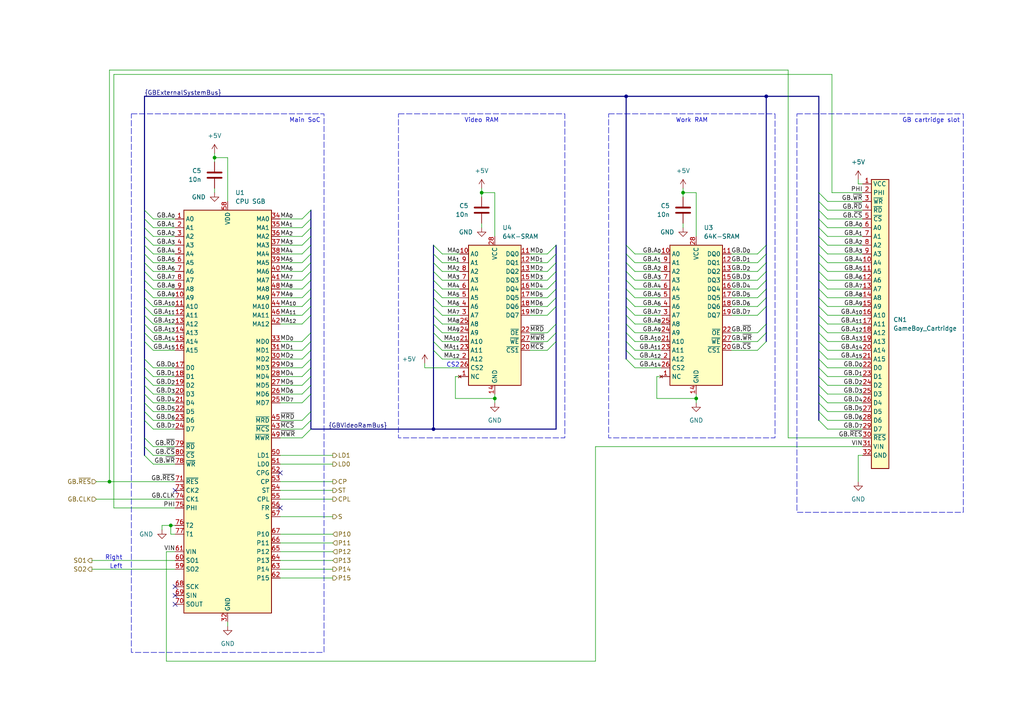
<source format=kicad_sch>
(kicad_sch (version 20230121) (generator eeschema)
  (paper "A4")
  (title_block (title "SGB-R-xx / SGB-N-xx") (date "2023-11-21") (rev "A") (company "https://gekkio.fi") (comment 1 "https://github.com/gekkio/gb-schematics"))
  (lib_symbols
    (symbol "Device:C" (pin_numbers hide) (pin_names (offset 0.254))
      (property "Reference" "C" (at 0.635 2.54 0))
      (property "Value" "C" (at 0.635 -2.54 0))
      (symbol "C_0_1"
        (polyline (pts (xy -2.032 -0.762) (xy 2.032 -0.762)) (stroke (width 0.508)))
        (polyline (pts (xy -2.032 0.762) (xy 2.032 0.762)) (stroke (width 0.508)))
      )
      (symbol "C_1_1"
        (pin passive line (at 0 3.81 270) (length 2.794) (name "~") (number "1"))
        (pin passive line (at 0 -3.81 90) (length 2.794) (name "~") (number "2"))
      )
    )
    (symbol "Gekkio_CPU_Nintendo:GameBoy_CPU_SGB"
      (property "Reference" "U" (at -12.7 59.69 0))
      (property "Value" "GameBoy_CPU_SGB" (at 1.27 59.69 0))
      (symbol "GameBoy_CPU_SGB_0_1"
        (rectangle (start 12.7 -58.42) (end -12.7 58.42) (stroke (width 0.254)) (fill (type background)))
      )
      (symbol "GameBoy_CPU_SGB_1_1"
        (pin bidirectional line (at -15.24 55.88 0) (length 2.54) (name "A0") (number "1"))
        (pin bidirectional line (at -15.24 33.02 0) (length 2.54) (name "A9") (number "10"))
        (pin bidirectional line (at -15.24 30.48 0) (length 2.54) (name "A10") (number "11"))
        (pin bidirectional line (at -15.24 27.94 0) (length 2.54) (name "A11") (number "12"))
        (pin bidirectional line (at -15.24 25.4 0) (length 2.54) (name "A12") (number "13"))
        (pin bidirectional line (at -15.24 22.86 0) (length 2.54) (name "A13") (number "14"))
        (pin bidirectional line (at -15.24 20.32 0) (length 2.54) (name "A14") (number "15"))
        (pin bidirectional line (at -15.24 17.78 0) (length 2.54) (name "A15") (number "16"))
        (pin bidirectional line (at -15.24 12.7 0) (length 2.54) (name "D0") (number "17"))
        (pin bidirectional line (at -15.24 10.16 0) (length 2.54) (name "D1") (number "18"))
        (pin bidirectional line (at -15.24 7.62 0) (length 2.54) (name "D2") (number "19"))
        (pin bidirectional line (at -15.24 53.34 0) (length 2.54) (name "A1") (number "2"))
        (pin bidirectional line (at -15.24 5.08 0) (length 2.54) (name "D3") (number "20"))
        (pin bidirectional line (at -15.24 2.54 0) (length 2.54) (name "D4") (number "21"))
        (pin bidirectional line (at -15.24 0 0) (length 2.54) (name "D5") (number "22"))
        (pin bidirectional line (at -15.24 -2.54 0) (length 2.54) (name "D6") (number "23"))
        (pin bidirectional line (at -15.24 -5.08 0) (length 2.54) (name "D7") (number "24"))
        (pin bidirectional line (at 15.24 2.54 180) (length 2.54) (name "MD7") (number "25"))
        (pin bidirectional line (at 15.24 5.08 180) (length 2.54) (name "MD6") (number "26"))
        (pin bidirectional line (at 15.24 7.62 180) (length 2.54) (name "MD5") (number "27"))
        (pin bidirectional line (at 15.24 10.16 180) (length 2.54) (name "MD4") (number "28"))
        (pin bidirectional line (at 15.24 12.7 180) (length 2.54) (name "MD3") (number "29"))
        (pin bidirectional line (at -15.24 50.8 0) (length 2.54) (name "A2") (number "3"))
        (pin bidirectional line (at 15.24 15.24 180) (length 2.54) (name "MD2") (number "30"))
        (pin bidirectional line (at 15.24 17.78 180) (length 2.54) (name "MD1") (number "31"))
        (pin power_in line (at 0 -60.96 90) (length 2.54) (name "GND") (number "32"))
        (pin bidirectional line (at 15.24 20.32 180) (length 2.54) (name "MD0") (number "33"))
        (pin output line (at 15.24 55.88 180) (length 2.54) (name "MA0") (number "34"))
        (pin output line (at 15.24 53.34 180) (length 2.54) (name "MA1") (number "35"))
        (pin output line (at 15.24 50.8 180) (length 2.54) (name "MA2") (number "36"))
        (pin output line (at 15.24 48.26 180) (length 2.54) (name "MA3") (number "37"))
        (pin output line (at 15.24 45.72 180) (length 2.54) (name "MA4") (number "38"))
        (pin output line (at 15.24 43.18 180) (length 2.54) (name "MA5") (number "39"))
        (pin bidirectional line (at -15.24 48.26 0) (length 2.54) (name "A3") (number "4"))
        (pin output line (at 15.24 40.64 180) (length 2.54) (name "MA6") (number "40"))
        (pin output line (at 15.24 38.1 180) (length 2.54) (name "MA7") (number "41"))
        (pin output line (at 15.24 25.4 180) (length 2.54) (name "MA12") (number "42"))
        (pin bidirectional line (at 15.24 -5.08 180) (length 2.54) (name "~{MCS}") (number "43"))
        (pin output line (at 15.24 30.48 180) (length 2.54) (name "MA10") (number "44"))
        (pin bidirectional line (at 15.24 -2.54 180) (length 2.54) (name "~{MRD}") (number "45"))
        (pin output line (at 15.24 27.94 180) (length 2.54) (name "MA11") (number "46"))
        (pin output line (at 15.24 33.02 180) (length 2.54) (name "MA9") (number "47"))
        (pin output line (at 15.24 35.56 180) (length 2.54) (name "MA8") (number "48"))
        (pin bidirectional line (at 15.24 -7.62 180) (length 2.54) (name "~{MWR}") (number "49"))
        (pin bidirectional line (at -15.24 45.72 0) (length 2.54) (name "A4") (number "5"))
        (pin output line (at 15.24 -12.7 180) (length 2.54) (name "LD1") (number "50"))
        (pin output line (at 15.24 -15.24 180) (length 2.54) (name "LD0") (number "51"))
        (pin output line (at 15.24 -17.78 180) (length 2.54) (name "CPG") (number "52"))
        (pin output line (at 15.24 -20.32 180) (length 2.54) (name "CP") (number "53"))
        (pin output line (at 15.24 -22.86 180) (length 2.54) (name "ST") (number "54"))
        (pin output line (at 15.24 -25.4 180) (length 2.54) (name "CPL") (number "55"))
        (pin output line (at 15.24 -27.94 180) (length 2.54) (name "FR") (number "56"))
        (pin output line (at 15.24 -30.48 180) (length 2.54) (name "S") (number "57"))
        (pin power_in line (at 0 60.96 270) (length 2.54) (name "VDD") (number "58"))
        (pin output line (at -15.24 -45.72 0) (length 2.54) (name "SO2") (number "59"))
        (pin bidirectional line (at -15.24 43.18 0) (length 2.54) (name "A5") (number "6"))
        (pin output line (at -15.24 -43.18 0) (length 2.54) (name "SO1") (number "60"))
        (pin input line (at -15.24 -40.64 0) (length 2.54) (name "VIN") (number "61"))
        (pin output line (at 15.24 -48.26 180) (length 2.54) (name "P15") (number "62"))
        (pin output line (at 15.24 -45.72 180) (length 2.54) (name "P14") (number "63"))
        (pin bidirectional line (at 15.24 -43.18 180) (length 2.54) (name "P13") (number "64"))
        (pin bidirectional line (at 15.24 -40.64 180) (length 2.54) (name "P12") (number "65"))
        (pin bidirectional line (at 15.24 -38.1 180) (length 2.54) (name "P11") (number "66"))
        (pin bidirectional line (at 15.24 -35.56 180) (length 2.54) (name "P10") (number "67"))
        (pin bidirectional line (at -15.24 -50.8 0) (length 2.54) (name "SCK") (number "68"))
        (pin bidirectional line (at -15.24 -53.34 0) (length 2.54) (name "SIN") (number "69"))
        (pin bidirectional line (at -15.24 40.64 0) (length 2.54) (name "A6") (number "7"))
        (pin output line (at -15.24 -55.88 0) (length 2.54) (name "SOUT") (number "70"))
        (pin input line (at -15.24 -20.32 0) (length 2.54) (name "~{RES}") (number "71"))
        (pin passive line (at 0 -60.96 90) (length 2.54) hide (name "GND") (number "72"))
        (pin passive line (at -15.24 -22.86 0) (length 2.54) (name "CK2") (number "73"))
        (pin input line (at -15.24 -25.4 0) (length 2.54) (name "CK1") (number "74"))
        (pin output line (at -15.24 -27.94 0) (length 2.54) (name "PHI") (number "75"))
        (pin input line (at -15.24 -33.02 0) (length 2.54) (name "T2") (number "76"))
        (pin input line (at -15.24 -35.56 0) (length 2.54) (name "T1") (number "77"))
        (pin bidirectional line (at -15.24 -15.24 0) (length 2.54) (name "~{WR}") (number "78"))
        (pin bidirectional line (at -15.24 -10.16 0) (length 2.54) (name "~{RD}") (number "79"))
        (pin bidirectional line (at -15.24 38.1 0) (length 2.54) (name "A7") (number "8"))
        (pin output line (at -15.24 -12.7 0) (length 2.54) (name "~{CS}") (number "80"))
        (pin bidirectional line (at -15.24 35.56 0) (length 2.54) (name "A8") (number "9"))
      )
    )
    (symbol "Gekkio_Connector_Specialized:GameBoy_Cartridge"
      (property "Reference" "J" (at 0 43.18 0))
      (property "Value" "GameBoy_Cartridge" (at 0 -43.18 0))
      (symbol "GameBoy_Cartridge_0_1"
        (rectangle (start -2.54 41.91) (end 2.54 -41.91) (stroke (width 0.254)) (fill (type background)))
      )
      (symbol "GameBoy_Cartridge_1_1"
        (pin passive line (at -5.08 40.64 0) (length 2.54) (name "VCC") (number "1"))
        (pin passive line (at -5.08 17.78 0) (length 2.54) (name "A4") (number "10"))
        (pin passive line (at -5.08 15.24 0) (length 2.54) (name "A5") (number "11"))
        (pin passive line (at -5.08 12.7 0) (length 2.54) (name "A6") (number "12"))
        (pin passive line (at -5.08 10.16 0) (length 2.54) (name "A7") (number "13"))
        (pin passive line (at -5.08 7.62 0) (length 2.54) (name "A8") (number "14"))
        (pin passive line (at -5.08 5.08 0) (length 2.54) (name "A9") (number "15"))
        (pin passive line (at -5.08 2.54 0) (length 2.54) (name "A10") (number "16"))
        (pin passive line (at -5.08 0 0) (length 2.54) (name "A11") (number "17"))
        (pin passive line (at -5.08 -2.54 0) (length 2.54) (name "A12") (number "18"))
        (pin passive line (at -5.08 -5.08 0) (length 2.54) (name "A13") (number "19"))
        (pin passive line (at -5.08 38.1 0) (length 2.54) (name "PHI") (number "2"))
        (pin passive line (at -5.08 -7.62 0) (length 2.54) (name "A14") (number "20"))
        (pin passive line (at -5.08 -10.16 0) (length 2.54) (name "A15") (number "21"))
        (pin passive line (at -5.08 -12.7 0) (length 2.54) (name "D0") (number "22"))
        (pin passive line (at -5.08 -15.24 0) (length 2.54) (name "D1") (number "23"))
        (pin passive line (at -5.08 -17.78 0) (length 2.54) (name "D2") (number "24"))
        (pin passive line (at -5.08 -20.32 0) (length 2.54) (name "D3") (number "25"))
        (pin passive line (at -5.08 -22.86 0) (length 2.54) (name "D4") (number "26"))
        (pin passive line (at -5.08 -25.4 0) (length 2.54) (name "D5") (number "27"))
        (pin passive line (at -5.08 -27.94 0) (length 2.54) (name "D6") (number "28"))
        (pin passive line (at -5.08 -30.48 0) (length 2.54) (name "D7") (number "29"))
        (pin passive line (at -5.08 35.56 0) (length 2.54) (name "~{WR}") (number "3"))
        (pin passive line (at -5.08 -33.02 0) (length 2.54) (name "~{RES}") (number "30"))
        (pin passive line (at -5.08 -35.56 0) (length 2.54) (name "VIN") (number "31"))
        (pin passive line (at -5.08 -38.1 0) (length 2.54) (name "GND") (number "32"))
        (pin passive line (at -5.08 33.02 0) (length 2.54) (name "~{RD}") (number "4"))
        (pin passive line (at -5.08 30.48 0) (length 2.54) (name "~{CS}") (number "5"))
        (pin passive line (at -5.08 27.94 0) (length 2.54) (name "A0") (number "6"))
        (pin passive line (at -5.08 25.4 0) (length 2.54) (name "A1") (number "7"))
        (pin passive line (at -5.08 22.86 0) (length 2.54) (name "A2") (number "8"))
        (pin passive line (at -5.08 20.32 0) (length 2.54) (name "A3") (number "9"))
      )
    )
    (symbol "Gekkio_Memory_RAM:JESD21-C_3.7.5.4-8k_x8_SRAM_SOIC-28W"
      (property "Reference" "U" (at -2.54 21.59 0))
      (property "Value" "JESD21-C_3.7.5.4-8k_x8_SRAM_SOIC-28W" (at 2.54 21.59 0))
      (symbol "JESD21-C_3.7.5.4-8k_x8_SRAM_SOIC-28W_0_1"
        (rectangle (start -7.62 20.32) (end 7.62 -20.32) (stroke (width 0.254)) (fill (type background)))
      )
      (symbol "JESD21-C_3.7.5.4-8k_x8_SRAM_SOIC-28W_1_1"
        (pin no_connect line (at -10.16 -17.78 0) (length 2.54) (name "NC") (number "1"))
        (pin input line (at -10.16 17.78 0) (length 2.54) (name "A0") (number "10"))
        (pin bidirectional line (at 10.16 17.78 180) (length 2.54) (name "DQ0") (number "11"))
        (pin bidirectional line (at 10.16 15.24 180) (length 2.54) (name "DQ1") (number "12"))
        (pin bidirectional line (at 10.16 12.7 180) (length 2.54) (name "DQ2") (number "13"))
        (pin power_in line (at 0 -22.86 90) (length 2.54) (name "GND") (number "14"))
        (pin bidirectional line (at 10.16 10.16 180) (length 2.54) (name "DQ3") (number "15"))
        (pin bidirectional line (at 10.16 7.62 180) (length 2.54) (name "DQ4") (number "16"))
        (pin bidirectional line (at 10.16 5.08 180) (length 2.54) (name "DQ5") (number "17"))
        (pin bidirectional line (at 10.16 2.54 180) (length 2.54) (name "DQ6") (number "18"))
        (pin bidirectional line (at 10.16 0 180) (length 2.54) (name "DQ7") (number "19"))
        (pin input line (at -10.16 -12.7 0) (length 2.54) (name "A12") (number "2"))
        (pin input line (at 10.16 -10.16 180) (length 2.54) (name "~{CS1}") (number "20"))
        (pin input line (at -10.16 -7.62 0) (length 2.54) (name "A10") (number "21"))
        (pin input line (at 10.16 -5.08 180) (length 2.54) (name "~{OE}") (number "22"))
        (pin input line (at -10.16 -10.16 0) (length 2.54) (name "A11") (number "23"))
        (pin input line (at -10.16 -5.08 0) (length 2.54) (name "A9") (number "24"))
        (pin input line (at -10.16 -2.54 0) (length 2.54) (name "A8") (number "25"))
        (pin input line (at -10.16 -15.24 0) (length 2.54) (name "CS2") (number "26"))
        (pin input line (at 10.16 -7.62 180) (length 2.54) (name "~{WE}") (number "27"))
        (pin power_in line (at 0 22.86 270) (length 2.54) (name "VCC") (number "28"))
        (pin input line (at -10.16 0 0) (length 2.54) (name "A7") (number "3"))
        (pin input line (at -10.16 2.54 0) (length 2.54) (name "A6") (number "4"))
        (pin input line (at -10.16 5.08 0) (length 2.54) (name "A5") (number "5"))
        (pin input line (at -10.16 7.62 0) (length 2.54) (name "A4") (number "6"))
        (pin input line (at -10.16 10.16 0) (length 2.54) (name "A3") (number "7"))
        (pin input line (at -10.16 12.7 0) (length 2.54) (name "A2") (number "8"))
        (pin input line (at -10.16 15.24 0) (length 2.54) (name "A1") (number "9"))
      )
    )
    (symbol "power:+5V" (power) (pin_names (offset 0))
      (property "Value" "+5V" (at 0 3.556 0))
      (symbol "+5V_0_1"
        (polyline (pts (xy -0.762 1.27) (xy 0 2.54)))
        (polyline (pts (xy 0 0) (xy 0 2.54)))
        (polyline (pts (xy 0 2.54) (xy 0.762 1.27)))
      )
      (symbol "+5V_1_1"
        (pin power_in line (at 0 0 90) (length 0) hide (name "+5V") (number "1"))
      )
    )
    (symbol "power:GND" (power) (pin_names (offset 0))
      (property "Value" "GND" (at 0 -3.81 0))
      (symbol "GND_0_1"
        (polyline (pts (xy 0 0) (xy 0 -1.27) (xy 1.27 -1.27) (xy 0 -2.54) (xy -1.27 -1.27) (xy 0 -1.27)))
      )
      (symbol "GND_1_1"
        (pin power_in line (at 0 0 270) (length 0) hide (name "GND") (number "1"))
      )
    )
  )
  (bus_alias "GBExternalSystemBus" (members "GB.A_{[0..15]}" "GB.D_{[0..7]}" "GB.~{RD}" "GB.~{CS}" "GB.~{WR}"))
  (bus_alias "GBVideoRamBus" (members "MA_{[0..12]}" "MD_{[0..7]}" "~{MRD}" "~{MWR}" "~{MCS}"))
  (junction (at 222.25 27.94))
  (junction (at 49.53 152.4))
  (junction (at 62.23 45.72))
  (junction (at 125.73 124.46))
  (junction (at 31.75 139.7))
  (junction (at 201.93 115.57))
  (junction (at 181.61 27.94))
  (junction (at 143.51 115.57))
  (junction (at 139.7 55.88))
  (junction (at 198.12 55.88))
  (no_connect (at 81.28 147.32))
  (no_connect (at 81.28 137.16))
  (no_connect (at 50.8 172.72))
  (no_connect (at 50.8 175.26))
  (no_connect (at 50.8 170.18))
  (no_connect (at 50.8 142.24))
  (bus_entry (at 222.25 96.52) (size -2.54 2.54))
  (bus_entry (at 237.49 121.92) (size 2.54 2.54))
  (bus_entry (at 87.63 104.14) (size 2.54 -2.54))
  (bus_entry (at 181.61 71.12) (size 2.54 2.54))
  (bus_entry (at 237.49 81.28) (size 2.54 2.54))
  (bus_entry (at 181.61 73.66) (size 2.54 2.54))
  (bus_entry (at 237.49 114.3) (size 2.54 2.54))
  (bus_entry (at 41.91 68.58) (size 2.54 2.54))
  (bus_entry (at 41.91 109.22) (size 2.54 2.54))
  (bus_entry (at 237.49 58.42) (size 2.54 2.54))
  (bus_entry (at 222.25 99.06) (size -2.54 2.54))
  (bus_entry (at 237.49 78.74) (size 2.54 2.54))
  (bus_entry (at 237.49 101.6) (size 2.54 2.54))
  (bus_entry (at 87.63 76.2) (size 2.54 -2.54))
  (bus_entry (at 41.91 60.96) (size 2.54 2.54))
  (bus_entry (at 222.25 86.36) (size -2.54 2.54))
  (bus_entry (at 41.91 86.36) (size 2.54 2.54))
  (bus_entry (at 125.73 99.06) (size 2.54 2.54))
  (bus_entry (at 181.61 91.44) (size 2.54 2.54))
  (bus_entry (at 41.91 63.5) (size 2.54 2.54))
  (bus_entry (at 181.61 104.14) (size 2.54 2.54))
  (bus_entry (at 237.49 119.38) (size 2.54 2.54))
  (bus_entry (at 158.75 76.2) (size 2.54 -2.54))
  (bus_entry (at 237.49 96.52) (size 2.54 2.54))
  (bus_entry (at 87.63 114.3) (size 2.54 -2.54))
  (bus_entry (at 237.49 66.04) (size 2.54 2.54))
  (bus_entry (at 237.49 109.22) (size 2.54 2.54))
  (bus_entry (at 237.49 88.9) (size 2.54 2.54))
  (bus_entry (at 41.91 121.92) (size 2.54 2.54))
  (bus_entry (at 41.91 99.06) (size 2.54 2.54))
  (bus_entry (at 237.49 73.66) (size 2.54 2.54))
  (bus_entry (at 87.63 93.98) (size 2.54 -2.54))
  (bus_entry (at 181.61 76.2) (size 2.54 2.54))
  (bus_entry (at 41.91 88.9) (size 2.54 2.54))
  (bus_entry (at 87.63 86.36) (size 2.54 -2.54))
  (bus_entry (at 237.49 63.5) (size 2.54 2.54))
  (bus_entry (at 237.49 111.76) (size 2.54 2.54))
  (bus_entry (at 87.63 124.46) (size 2.54 -2.54))
  (bus_entry (at 41.91 119.38) (size 2.54 2.54))
  (bus_entry (at 158.75 91.44) (size 2.54 -2.54))
  (bus_entry (at 125.73 101.6) (size 2.54 2.54))
  (bus_entry (at 87.63 83.82) (size 2.54 -2.54))
  (bus_entry (at 41.91 71.12) (size 2.54 2.54))
  (bus_entry (at 237.49 86.36) (size 2.54 2.54))
  (bus_entry (at 41.91 132.08) (size 2.54 2.54))
  (bus_entry (at 181.61 78.74) (size 2.54 2.54))
  (bus_entry (at 41.91 127) (size 2.54 2.54))
  (bus_entry (at 125.73 73.66) (size 2.54 2.54))
  (bus_entry (at 181.61 86.36) (size 2.54 2.54))
  (bus_entry (at 222.25 83.82) (size -2.54 2.54))
  (bus_entry (at 41.91 106.68) (size 2.54 2.54))
  (bus_entry (at 237.49 99.06) (size 2.54 2.54))
  (bus_entry (at 222.25 81.28) (size -2.54 2.54))
  (bus_entry (at 87.63 81.28) (size 2.54 -2.54))
  (bus_entry (at 158.75 73.66) (size 2.54 -2.54))
  (bus_entry (at 125.73 76.2) (size 2.54 2.54))
  (bus_entry (at 237.49 71.12) (size 2.54 2.54))
  (bus_entry (at 181.61 88.9) (size 2.54 2.54))
  (bus_entry (at 158.75 78.74) (size 2.54 -2.54))
  (bus_entry (at 158.75 88.9) (size 2.54 -2.54))
  (bus_entry (at 41.91 116.84) (size 2.54 2.54))
  (bus_entry (at 237.49 68.58) (size 2.54 2.54))
  (bus_entry (at 125.73 71.12) (size 2.54 2.54))
  (bus_entry (at 87.63 121.92) (size 2.54 -2.54))
  (bus_entry (at 41.91 66.04) (size 2.54 2.54))
  (bus_entry (at 87.63 101.6) (size 2.54 -2.54))
  (bus_entry (at 222.25 78.74) (size -2.54 2.54))
  (bus_entry (at 41.91 76.2) (size 2.54 2.54))
  (bus_entry (at 125.73 88.9) (size 2.54 2.54))
  (bus_entry (at 41.91 93.98) (size 2.54 2.54))
  (bus_entry (at 87.63 78.74) (size 2.54 -2.54))
  (bus_entry (at 125.73 78.74) (size 2.54 2.54))
  (bus_entry (at 237.49 93.98) (size 2.54 2.54))
  (bus_entry (at 87.63 68.58) (size 2.54 -2.54))
  (bus_entry (at 237.49 83.82) (size 2.54 2.54))
  (bus_entry (at 158.75 96.52) (size 2.54 -2.54))
  (bus_entry (at 41.91 81.28) (size 2.54 2.54))
  (bus_entry (at 41.91 111.76) (size 2.54 2.54))
  (bus_entry (at 237.49 106.68) (size 2.54 2.54))
  (bus_entry (at 222.25 93.98) (size -2.54 2.54))
  (bus_entry (at 41.91 73.66) (size 2.54 2.54))
  (bus_entry (at 237.49 55.88) (size 2.54 2.54))
  (bus_entry (at 222.25 71.12) (size -2.54 2.54))
  (bus_entry (at 41.91 78.74) (size 2.54 2.54))
  (bus_entry (at 87.63 127) (size 2.54 -2.54))
  (bus_entry (at 41.91 96.52) (size 2.54 2.54))
  (bus_entry (at 125.73 83.82) (size 2.54 2.54))
  (bus_entry (at 125.73 93.98) (size 2.54 2.54))
  (bus_entry (at 87.63 63.5) (size 2.54 -2.54))
  (bus_entry (at 237.49 116.84) (size 2.54 2.54))
  (bus_entry (at 125.73 81.28) (size 2.54 2.54))
  (bus_entry (at 181.61 101.6) (size 2.54 2.54))
  (bus_entry (at 87.63 71.12) (size 2.54 -2.54))
  (bus_entry (at 87.63 109.22) (size 2.54 -2.54))
  (bus_entry (at 87.63 116.84) (size 2.54 -2.54))
  (bus_entry (at 125.73 86.36) (size 2.54 2.54))
  (bus_entry (at 237.49 91.44) (size 2.54 2.54))
  (bus_entry (at 181.61 96.52) (size 2.54 2.54))
  (bus_entry (at 41.91 83.82) (size 2.54 2.54))
  (bus_entry (at 237.49 104.14) (size 2.54 2.54))
  (bus_entry (at 125.73 91.44) (size 2.54 2.54))
  (bus_entry (at 87.63 66.04) (size 2.54 -2.54))
  (bus_entry (at 158.75 99.06) (size 2.54 -2.54))
  (bus_entry (at 158.75 81.28) (size 2.54 -2.54))
  (bus_entry (at 222.25 76.2) (size -2.54 2.54))
  (bus_entry (at 158.75 101.6) (size 2.54 -2.54))
  (bus_entry (at 41.91 129.54) (size 2.54 2.54))
  (bus_entry (at 181.61 81.28) (size 2.54 2.54))
  (bus_entry (at 222.25 73.66) (size -2.54 2.54))
  (bus_entry (at 87.63 88.9) (size 2.54 -2.54))
  (bus_entry (at 158.75 86.36) (size 2.54 -2.54))
  (bus_entry (at 87.63 99.06) (size 2.54 -2.54))
  (bus_entry (at 87.63 91.44) (size 2.54 -2.54))
  (bus_entry (at 237.49 60.96) (size 2.54 2.54))
  (bus_entry (at 41.91 104.14) (size 2.54 2.54))
  (bus_entry (at 41.91 114.3) (size 2.54 2.54))
  (bus_entry (at 181.61 83.82) (size 2.54 2.54))
  (bus_entry (at 87.63 111.76) (size 2.54 -2.54))
  (bus_entry (at 181.61 99.06) (size 2.54 2.54))
  (bus_entry (at 158.75 83.82) (size 2.54 -2.54))
  (bus_entry (at 222.25 88.9) (size -2.54 2.54))
  (bus_entry (at 237.49 76.2) (size 2.54 2.54))
  (bus_entry (at 41.91 91.44) (size 2.54 2.54))
  (bus_entry (at 181.61 93.98) (size 2.54 2.54))
  (bus_entry (at 125.73 96.52) (size 2.54 2.54))
  (bus_entry (at 87.63 73.66) (size 2.54 -2.54))
  (bus_entry (at 87.63 106.68) (size 2.54 -2.54))
  (wire (pts (xy 184.15 96.52) (xy 191.77 96.52)))
  (wire (pts (xy 62.23 44.45) (xy 62.23 45.72)))
  (bus (pts (xy 237.49 101.6) (xy 237.49 99.06)))
  (wire (pts (xy 228.6 127) (xy 250.19 127)))
  (wire (pts (xy 219.71 76.2) (xy 212.09 76.2)))
  (wire (pts (xy 44.45 68.58) (xy 50.8 68.58)))
  (wire (pts (xy 81.28 86.36) (xy 87.63 86.36)))
  (wire (pts (xy 26.67 165.1) (xy 50.8 165.1)))
  (wire (pts (xy 81.28 121.92) (xy 87.63 121.92)))
  (wire (pts (xy 81.28 88.9) (xy 87.63 88.9)))
  (bus (pts (xy 181.61 83.82) (xy 181.61 86.36)))
  (bus (pts (xy 222.25 76.2) (xy 222.25 73.66)))
  (bus (pts (xy 90.17 106.68) (xy 90.17 109.22)))
  (wire (pts (xy 81.28 154.94) (xy 96.52 154.94)))
  (wire (pts (xy 240.03 116.84) (xy 250.19 116.84)))
  (bus (pts (xy 125.73 78.74) (xy 125.73 81.28)))
  (bus (pts (xy 90.17 91.44) (xy 90.17 96.52)))
  (wire (pts (xy 153.67 86.36) (xy 158.75 86.36)))
  (bus (pts (xy 237.49 63.5) (xy 237.49 60.96)))
  (wire (pts (xy 46.99 152.4) (xy 49.53 152.4)))
  (bus (pts (xy 125.73 83.82) (xy 125.73 86.36)))
  (wire (pts (xy 44.45 99.06) (xy 50.8 99.06)))
  (wire (pts (xy 132.08 109.22) (xy 132.08 115.57)))
  (bus (pts (xy 90.17 73.66) (xy 90.17 76.2)))
  (bus (pts (xy 181.61 88.9) (xy 181.61 91.44)))
  (bus (pts (xy 41.91 121.92) (xy 41.91 127)))
  (wire (pts (xy 184.15 104.14) (xy 191.77 104.14)))
  (wire (pts (xy 198.12 55.88) (xy 201.93 55.88)))
  (bus (pts (xy 222.25 73.66) (xy 222.25 71.12)))
  (wire (pts (xy 139.7 55.88) (xy 143.51 55.88)))
  (wire (pts (xy 143.51 55.88) (xy 143.51 68.58)))
  (wire (pts (xy 50.8 160.02) (xy 48.26 160.02)))
  (wire (pts (xy 81.28 101.6) (xy 87.63 101.6)))
  (wire (pts (xy 228.6 20.32) (xy 228.6 127)))
  (bus (pts (xy 41.91 60.96) (xy 41.91 63.5)))
  (bus (pts (xy 161.29 73.66) (xy 161.29 76.2)))
  (wire (pts (xy 44.45 109.22) (xy 50.8 109.22)))
  (wire (pts (xy 240.03 124.46) (xy 250.19 124.46)))
  (bus (pts (xy 237.49 55.88) (xy 237.49 27.94)))
  (wire (pts (xy 190.5 109.22) (xy 190.5 115.57)))
  (bus (pts (xy 181.61 78.74) (xy 181.61 81.28)))
  (wire (pts (xy 81.28 73.66) (xy 87.63 73.66)))
  (bus (pts (xy 237.49 60.96) (xy 237.49 58.42)))
  (bus (pts (xy 161.29 83.82) (xy 161.29 86.36)))
  (bus (pts (xy 41.91 91.44) (xy 41.91 93.98)))
  (bus (pts (xy 222.25 83.82) (xy 222.25 81.28)))
  (wire (pts (xy 81.28 124.46) (xy 87.63 124.46)))
  (bus (pts (xy 161.29 124.46) (xy 161.29 99.06)))
  (wire (pts (xy 240.03 83.82) (xy 250.19 83.82)))
  (wire (pts (xy 184.15 91.44) (xy 191.77 91.44)))
  (bus (pts (xy 237.49 78.74) (xy 237.49 76.2)))
  (wire (pts (xy 62.23 45.72) (xy 66.04 45.72)))
  (wire (pts (xy 44.45 71.12) (xy 50.8 71.12)))
  (wire (pts (xy 241.3 55.88) (xy 250.19 55.88)))
  (wire (pts (xy 240.03 121.92) (xy 250.19 121.92)))
  (wire (pts (xy 81.28 114.3) (xy 87.63 114.3)))
  (wire (pts (xy 49.53 154.94) (xy 50.8 154.94)))
  (wire (pts (xy 81.28 111.76) (xy 87.63 111.76)))
  (bus (pts (xy 90.17 78.74) (xy 90.17 81.28)))
  (bus (pts (xy 237.49 119.38) (xy 237.49 116.84)))
  (bus (pts (xy 90.17 109.22) (xy 90.17 111.76)))
  (bus (pts (xy 161.29 93.98) (xy 161.29 96.52)))
  (wire (pts (xy 44.45 96.52) (xy 50.8 96.52)))
  (wire (pts (xy 44.45 119.38) (xy 50.8 119.38)))
  (wire (pts (xy 128.27 104.14) (xy 133.35 104.14)))
  (bus (pts (xy 41.91 68.58) (xy 41.91 71.12)))
  (wire (pts (xy 240.03 91.44) (xy 250.19 91.44)))
  (wire (pts (xy 219.71 88.9) (xy 212.09 88.9)))
  (bus (pts (xy 90.17 124.46) (xy 125.73 124.46)))
  (bus (pts (xy 41.91 93.98) (xy 41.91 96.52)))
  (wire (pts (xy 128.27 91.44) (xy 133.35 91.44)))
  (bus (pts (xy 161.29 88.9) (xy 161.29 93.98)))
  (wire (pts (xy 139.7 54.61) (xy 139.7 55.88)))
  (bus (pts (xy 161.29 71.12) (xy 161.29 73.66)))
  (wire (pts (xy 219.71 99.06) (xy 212.09 99.06)))
  (wire (pts (xy 44.45 86.36) (xy 50.8 86.36)))
  (wire (pts (xy 81.28 91.44) (xy 87.63 91.44)))
  (bus (pts (xy 41.91 96.52) (xy 41.91 99.06)))
  (wire (pts (xy 240.03 81.28) (xy 250.19 81.28)))
  (wire (pts (xy 153.67 78.74) (xy 158.75 78.74)))
  (wire (pts (xy 44.45 111.76) (xy 50.8 111.76)))
  (wire (pts (xy 81.28 139.7) (xy 96.52 139.7)))
  (bus (pts (xy 161.29 86.36) (xy 161.29 88.9)))
  (bus (pts (xy 90.17 63.5) (xy 90.17 66.04)))
  (wire (pts (xy 44.45 83.82) (xy 50.8 83.82)))
  (bus (pts (xy 90.17 114.3) (xy 90.17 119.38)))
  (wire (pts (xy 133.35 109.22) (xy 132.08 109.22)))
  (bus (pts (xy 222.25 93.98) (xy 222.25 88.9)))
  (wire (pts (xy 44.45 121.92) (xy 50.8 121.92)))
  (wire (pts (xy 153.67 81.28) (xy 158.75 81.28)))
  (wire (pts (xy 240.03 68.58) (xy 250.19 68.58)))
  (wire (pts (xy 198.12 55.88) (xy 198.12 57.15)))
  (wire (pts (xy 48.26 191.77) (xy 172.72 191.77)))
  (wire (pts (xy 81.28 142.24) (xy 96.52 142.24)))
  (wire (pts (xy 153.67 96.52) (xy 158.75 96.52)))
  (wire (pts (xy 240.03 96.52) (xy 250.19 96.52)))
  (bus (pts (xy 41.91 127) (xy 41.91 129.54)))
  (wire (pts (xy 153.67 83.82) (xy 158.75 83.82)))
  (bus (pts (xy 181.61 99.06) (xy 181.61 101.6)))
  (bus (pts (xy 125.73 81.28) (xy 125.73 83.82)))
  (bus (pts (xy 41.91 81.28) (xy 41.91 83.82)))
  (bus (pts (xy 41.91 129.54) (xy 41.91 132.08)))
  (wire (pts (xy 128.27 99.06) (xy 133.35 99.06)))
  (wire (pts (xy 219.71 86.36) (xy 212.09 86.36)))
  (bus (pts (xy 90.17 66.04) (xy 90.17 68.58)))
  (wire (pts (xy 44.45 76.2) (xy 50.8 76.2)))
  (wire (pts (xy 248.92 132.08) (xy 248.92 139.7)))
  (wire (pts (xy 240.03 109.22) (xy 250.19 109.22)))
  (wire (pts (xy 44.45 81.28) (xy 50.8 81.28)))
  (wire (pts (xy 240.03 106.68) (xy 250.19 106.68)))
  (bus (pts (xy 181.61 27.94) (xy 222.25 27.94)))
  (wire (pts (xy 33.02 21.59) (xy 241.3 21.59)))
  (wire (pts (xy 190.5 115.57) (xy 201.93 115.57)))
  (bus (pts (xy 125.73 71.12) (xy 125.73 73.66)))
  (bus (pts (xy 125.73 99.06) (xy 125.73 101.6)))
  (wire (pts (xy 240.03 66.04) (xy 250.19 66.04)))
  (wire (pts (xy 219.71 96.52) (xy 212.09 96.52)))
  (wire (pts (xy 240.03 60.96) (xy 250.19 60.96)))
  (wire (pts (xy 219.71 91.44) (xy 212.09 91.44)))
  (wire (pts (xy 240.03 58.42) (xy 250.19 58.42)))
  (bus (pts (xy 90.17 99.06) (xy 90.17 101.6)))
  (wire (pts (xy 240.03 76.2) (xy 250.19 76.2)))
  (wire (pts (xy 66.04 180.34) (xy 66.04 181.61)))
  (bus (pts (xy 90.17 119.38) (xy 90.17 121.92)))
  (bus (pts (xy 90.17 96.52) (xy 90.17 99.06)))
  (bus (pts (xy 237.49 93.98) (xy 237.49 91.44)))
  (bus (pts (xy 90.17 121.92) (xy 90.17 124.46)))
  (wire (pts (xy 198.12 54.61) (xy 198.12 55.88)))
  (wire (pts (xy 81.28 149.86) (xy 96.52 149.86)))
  (bus (pts (xy 41.91 73.66) (xy 41.91 76.2)))
  (wire (pts (xy 240.03 93.98) (xy 250.19 93.98)))
  (wire (pts (xy 240.03 101.6) (xy 250.19 101.6)))
  (bus (pts (xy 90.17 68.58) (xy 90.17 71.12)))
  (wire (pts (xy 81.28 144.78) (xy 96.52 144.78)))
  (wire (pts (xy 240.03 88.9) (xy 250.19 88.9)))
  (bus (pts (xy 181.61 96.52) (xy 181.61 99.06)))
  (wire (pts (xy 128.27 73.66) (xy 133.35 73.66)))
  (bus (pts (xy 90.17 86.36) (xy 90.17 88.9)))
  (bus (pts (xy 41.91 66.04) (xy 41.91 68.58)))
  (wire (pts (xy 81.28 99.06) (xy 87.63 99.06)))
  (wire (pts (xy 153.67 88.9) (xy 158.75 88.9)))
  (wire (pts (xy 240.03 111.76) (xy 250.19 111.76)))
  (wire (pts (xy 44.45 73.66) (xy 50.8 73.66)))
  (wire (pts (xy 240.03 114.3) (xy 250.19 114.3)))
  (wire (pts (xy 81.28 66.04) (xy 87.63 66.04)))
  (bus (pts (xy 181.61 101.6) (xy 181.61 104.14)))
  (wire (pts (xy 184.15 99.06) (xy 191.77 99.06)))
  (wire (pts (xy 128.27 96.52) (xy 133.35 96.52)))
  (bus (pts (xy 41.91 109.22) (xy 41.91 111.76)))
  (bus (pts (xy 41.91 88.9) (xy 41.91 91.44)))
  (bus (pts (xy 181.61 93.98) (xy 181.61 96.52)))
  (bus (pts (xy 41.91 119.38) (xy 41.91 121.92)))
  (wire (pts (xy 240.03 104.14) (xy 250.19 104.14)))
  (bus (pts (xy 237.49 68.58) (xy 237.49 66.04)))
  (bus (pts (xy 237.49 86.36) (xy 237.49 83.82)))
  (wire (pts (xy 44.45 63.5) (xy 50.8 63.5)))
  (wire (pts (xy 191.77 109.22) (xy 190.5 109.22)))
  (wire (pts (xy 44.45 101.6) (xy 50.8 101.6)))
  (wire (pts (xy 201.93 55.88) (xy 201.93 68.58)))
  (bus (pts (xy 181.61 86.36) (xy 181.61 88.9)))
  (wire (pts (xy 219.71 81.28) (xy 212.09 81.28)))
  (wire (pts (xy 81.28 109.22) (xy 87.63 109.22)))
  (bus (pts (xy 181.61 27.94) (xy 181.61 71.12)))
  (wire (pts (xy 44.45 91.44) (xy 50.8 91.44)))
  (wire (pts (xy 240.03 119.38) (xy 250.19 119.38)))
  (wire (pts (xy 153.67 73.66) (xy 158.75 73.66)))
  (wire (pts (xy 44.45 93.98) (xy 50.8 93.98)))
  (wire (pts (xy 153.67 101.6) (xy 158.75 101.6)))
  (bus (pts (xy 41.91 71.12) (xy 41.91 73.66)))
  (wire (pts (xy 240.03 86.36) (xy 250.19 86.36)))
  (wire (pts (xy 44.45 129.54) (xy 50.8 129.54)))
  (bus (pts (xy 41.91 111.76) (xy 41.91 114.3)))
  (bus (pts (xy 181.61 71.12) (xy 181.61 73.66)))
  (bus (pts (xy 90.17 60.96) (xy 90.17 63.5)))
  (wire (pts (xy 49.53 152.4) (xy 50.8 152.4)))
  (wire (pts (xy 44.45 78.74) (xy 50.8 78.74)))
  (bus (pts (xy 237.49 99.06) (xy 237.49 96.52)))
  (bus (pts (xy 237.49 114.3) (xy 237.49 111.76)))
  (bus (pts (xy 237.49 58.42) (xy 237.49 55.88)))
  (bus (pts (xy 125.73 88.9) (xy 125.73 91.44)))
  (bus (pts (xy 125.73 91.44) (xy 125.73 93.98)))
  (wire (pts (xy 27.94 144.78) (xy 50.8 144.78)))
  (wire (pts (xy 143.51 114.3) (xy 143.51 115.57)))
  (wire (pts (xy 44.45 114.3) (xy 50.8 114.3)))
  (wire (pts (xy 62.23 55.88) (xy 62.23 54.61)))
  (bus (pts (xy 222.25 71.12) (xy 222.25 27.94)))
  (bus (pts (xy 237.49 111.76) (xy 237.49 109.22)))
  (bus (pts (xy 161.29 76.2) (xy 161.29 78.74)))
  (bus (pts (xy 161.29 81.28) (xy 161.29 83.82)))
  (wire (pts (xy 62.23 45.72) (xy 62.23 46.99)))
  (bus (pts (xy 222.25 78.74) (xy 222.25 76.2)))
  (wire (pts (xy 172.72 191.77) (xy 172.72 129.54)))
  (wire (pts (xy 128.27 93.98) (xy 133.35 93.98)))
  (bus (pts (xy 237.49 91.44) (xy 237.49 88.9)))
  (bus (pts (xy 181.61 81.28) (xy 181.61 83.82)))
  (bus (pts (xy 41.91 104.14) (xy 41.91 106.68)))
  (bus (pts (xy 181.61 73.66) (xy 181.61 76.2)))
  (wire (pts (xy 123.19 105.41) (xy 123.19 106.68)))
  (wire (pts (xy 27.94 139.7) (xy 31.75 139.7)))
  (wire (pts (xy 184.15 106.68) (xy 191.77 106.68)))
  (bus (pts (xy 237.49 104.14) (xy 237.49 101.6)))
  (bus (pts (xy 90.17 71.12) (xy 90.17 73.66)))
  (wire (pts (xy 44.45 88.9) (xy 50.8 88.9)))
  (wire (pts (xy 219.71 73.66) (xy 212.09 73.66)))
  (bus (pts (xy 237.49 66.04) (xy 237.49 63.5)))
  (wire (pts (xy 250.19 132.08) (xy 248.92 132.08)))
  (bus (pts (xy 41.91 86.36) (xy 41.91 88.9)))
  (bus (pts (xy 237.49 76.2) (xy 237.49 73.66)))
  (wire (pts (xy 201.93 114.3) (xy 201.93 115.57)))
  (wire (pts (xy 44.45 134.62) (xy 50.8 134.62)))
  (wire (pts (xy 128.27 86.36) (xy 133.35 86.36)))
  (wire (pts (xy 81.28 81.28) (xy 87.63 81.28)))
  (wire (pts (xy 81.28 63.5) (xy 87.63 63.5)))
  (bus (pts (xy 181.61 91.44) (xy 181.61 93.98)))
  (wire (pts (xy 184.15 101.6) (xy 191.77 101.6)))
  (wire (pts (xy 139.7 55.88) (xy 139.7 57.15)))
  (wire (pts (xy 184.15 73.66) (xy 191.77 73.66)))
  (wire (pts (xy 81.28 71.12) (xy 87.63 71.12)))
  (bus (pts (xy 90.17 88.9) (xy 90.17 91.44)))
  (bus (pts (xy 222.25 86.36) (xy 222.25 83.82)))
  (bus (pts (xy 237.49 88.9) (xy 237.49 86.36)))
  (bus (pts (xy 41.91 106.68) (xy 41.91 109.22)))
  (bus (pts (xy 41.91 114.3) (xy 41.91 116.84)))
  (wire (pts (xy 31.75 139.7) (xy 31.75 20.32)))
  (wire (pts (xy 123.19 106.68) (xy 133.35 106.68)))
  (wire (pts (xy 153.67 76.2) (xy 158.75 76.2)))
  (wire (pts (xy 81.28 127) (xy 87.63 127)))
  (bus (pts (xy 237.49 71.12) (xy 237.49 68.58)))
  (wire (pts (xy 128.27 78.74) (xy 133.35 78.74)))
  (bus (pts (xy 222.25 99.06) (xy 222.25 96.52)))
  (bus (pts (xy 161.29 78.74) (xy 161.29 81.28)))
  (bus (pts (xy 41.91 116.84) (xy 41.91 119.38)))
  (wire (pts (xy 184.15 83.82) (xy 191.77 83.82)))
  (wire (pts (xy 143.51 115.57) (xy 143.51 116.84)))
  (wire (pts (xy 33.02 147.32) (xy 33.02 21.59)))
  (wire (pts (xy 31.75 20.32) (xy 228.6 20.32)))
  (bus (pts (xy 90.17 101.6) (xy 90.17 104.14)))
  (wire (pts (xy 50.8 147.32) (xy 33.02 147.32)))
  (wire (pts (xy 128.27 101.6) (xy 133.35 101.6)))
  (wire (pts (xy 81.28 116.84) (xy 87.63 116.84)))
  (bus (pts (xy 125.73 76.2) (xy 125.73 78.74)))
  (wire (pts (xy 128.27 76.2) (xy 133.35 76.2)))
  (bus (pts (xy 90.17 104.14) (xy 90.17 106.68)))
  (wire (pts (xy 44.45 106.68) (xy 50.8 106.68)))
  (wire (pts (xy 81.28 132.08) (xy 96.52 132.08)))
  (wire (pts (xy 139.7 66.04) (xy 139.7 64.77)))
  (wire (pts (xy 81.28 78.74) (xy 87.63 78.74)))
  (wire (pts (xy 49.53 154.94) (xy 49.53 152.4)))
  (wire (pts (xy 184.15 76.2) (xy 191.77 76.2)))
  (wire (pts (xy 81.28 167.64) (xy 96.52 167.64)))
  (wire (pts (xy 81.28 76.2) (xy 87.63 76.2)))
  (wire (pts (xy 31.75 139.7) (xy 50.8 139.7)))
  (bus (pts (xy 125.73 93.98) (xy 125.73 96.52)))
  (bus (pts (xy 41.91 27.94) (xy 41.91 60.96)))
  (bus (pts (xy 181.61 76.2) (xy 181.61 78.74)))
  (bus (pts (xy 222.25 81.28) (xy 222.25 78.74)))
  (bus (pts (xy 90.17 76.2) (xy 90.17 78.74)))
  (wire (pts (xy 81.28 160.02) (xy 96.52 160.02)))
  (bus (pts (xy 41.91 76.2) (xy 41.91 78.74)))
  (bus (pts (xy 237.49 121.92) (xy 237.49 119.38)))
  (wire (pts (xy 240.03 99.06) (xy 250.19 99.06)))
  (bus (pts (xy 222.25 88.9) (xy 222.25 86.36)))
  (wire (pts (xy 81.28 165.1) (xy 96.52 165.1)))
  (wire (pts (xy 184.15 88.9) (xy 191.77 88.9)))
  (wire (pts (xy 172.72 129.54) (xy 250.19 129.54)))
  (bus (pts (xy 237.49 109.22) (xy 237.49 106.68)))
  (bus (pts (xy 41.91 78.74) (xy 41.91 81.28)))
  (bus (pts (xy 125.73 86.36) (xy 125.73 88.9)))
  (bus (pts (xy 237.49 116.84) (xy 237.49 114.3)))
  (wire (pts (xy 184.15 78.74) (xy 191.77 78.74)))
  (wire (pts (xy 219.71 101.6) (xy 212.09 101.6)))
  (bus (pts (xy 237.49 73.66) (xy 237.49 71.12)))
  (wire (pts (xy 128.27 88.9) (xy 133.35 88.9)))
  (bus (pts (xy 237.49 96.52) (xy 237.49 93.98)))
  (wire (pts (xy 241.3 21.59) (xy 241.3 55.88)))
  (bus (pts (xy 90.17 83.82) (xy 90.17 86.36)))
  (wire (pts (xy 81.28 104.14) (xy 87.63 104.14)))
  (wire (pts (xy 26.67 162.56) (xy 50.8 162.56)))
  (wire (pts (xy 44.45 132.08) (xy 50.8 132.08)))
  (wire (pts (xy 44.45 116.84) (xy 50.8 116.84)))
  (bus (pts (xy 125.73 124.46) (xy 161.29 124.46)))
  (wire (pts (xy 184.15 86.36) (xy 191.77 86.36)))
  (bus (pts (xy 41.91 27.94) (xy 181.61 27.94)))
  (bus (pts (xy 222.25 96.52) (xy 222.25 93.98)))
  (bus (pts (xy 41.91 83.82) (xy 41.91 86.36)))
  (wire (pts (xy 250.19 53.34) (xy 248.92 53.34)))
  (wire (pts (xy 44.45 124.46) (xy 50.8 124.46)))
  (wire (pts (xy 132.08 115.57) (xy 143.51 115.57)))
  (wire (pts (xy 48.26 160.02) (xy 48.26 191.77)))
  (wire (pts (xy 128.27 83.82) (xy 133.35 83.82)))
  (bus (pts (xy 125.73 73.66) (xy 125.73 76.2)))
  (wire (pts (xy 128.27 81.28) (xy 133.35 81.28)))
  (wire (pts (xy 219.71 78.74) (xy 212.09 78.74)))
  (wire (pts (xy 198.12 66.04) (xy 198.12 64.77)))
  (bus (pts (xy 237.49 106.68) (xy 237.49 104.14)))
  (wire (pts (xy 81.28 157.48) (xy 96.52 157.48)))
  (wire (pts (xy 153.67 99.06) (xy 158.75 99.06)))
  (bus (pts (xy 125.73 96.52) (xy 125.73 99.06)))
  (wire (pts (xy 81.28 83.82) (xy 87.63 83.82)))
  (wire (pts (xy 240.03 71.12) (xy 250.19 71.12)))
  (bus (pts (xy 125.73 101.6) (xy 125.73 124.46)))
  (bus (pts (xy 161.29 96.52) (xy 161.29 99.06)))
  (wire (pts (xy 81.28 134.62) (xy 96.52 134.62)))
  (wire (pts (xy 44.45 66.04) (xy 50.8 66.04)))
  (bus (pts (xy 90.17 111.76) (xy 90.17 114.3)))
  (wire (pts (xy 153.67 91.44) (xy 158.75 91.44)))
  (wire (pts (xy 219.71 83.82) (xy 212.09 83.82)))
  (bus (pts (xy 237.49 81.28) (xy 237.49 78.74)))
  (bus (pts (xy 237.49 27.94) (xy 222.25 27.94)))
  (wire (pts (xy 81.28 93.98) (xy 87.63 93.98)))
  (bus (pts (xy 237.49 83.82) (xy 237.49 81.28)))
  (wire (pts (xy 66.04 45.72) (xy 66.04 58.42)))
  (bus (pts (xy 90.17 81.28) (xy 90.17 83.82)))
  (wire (pts (xy 184.15 81.28) (xy 191.77 81.28)))
  (bus (pts (xy 41.91 63.5) (xy 41.91 66.04)))
  (wire (pts (xy 184.15 93.98) (xy 191.77 93.98)))
  (bus (pts (xy 41.91 99.06) (xy 41.91 104.14)))
  (wire (pts (xy 240.03 73.66) (xy 250.19 73.66)))
  (wire (pts (xy 81.28 68.58) (xy 87.63 68.58)))
  (wire (pts (xy 46.99 152.4) (xy 46.99 153.67)))
  (wire (pts (xy 240.03 63.5) (xy 250.19 63.5)))
  (wire (pts (xy 248.92 52.07) (xy 248.92 53.34)))
  (wire (pts (xy 201.93 115.57) (xy 201.93 116.84)))
  (wire (pts (xy 240.03 78.74) (xy 250.19 78.74)))
  (wire (pts (xy 81.28 106.68) (xy 87.63 106.68)))
  (wire (pts (xy 81.28 162.56) (xy 96.52 162.56)))
  (text_box "Main SoC" (at 38.1 33.02 0) (size 55.88 156.21) (stroke (width 0) (type dash)) (effects (font (size 1.27 1.27)) (justify right top)))
  (text_box "Video RAM" (at 115.57 33.02 0) (size 48.26 93.98) (stroke (width 0) (type dash)) (effects (font (size 1.27 1.27)) (justify top)))
  (text_box "GB cartridge slot" (at 231.14 33.02 0) (size 48.26 115.57) (stroke (width 0) (type dash)) (effects (font (size 1.27 1.27)) (justify right top)))
  (text_box "Work RAM" (at 176.53 33.02 0) (size 48.26 93.98) (stroke (width 0) (type dash)) (effects (font (size 1.27 1.27)) (justify top)))
  (text "CS2" (at 133.35 106.68 0) (effects (font (size 1.27 1.27)) (justify right bottom)))
  (text "Left" (at 35.56 165.1 0) (effects (font (size 1.27 1.27)) (justify right bottom)))
  (text "Right" (at 35.56 162.56 0) (effects (font (size 1.27 1.27)) (justify right bottom)))
  (label "GB.D_{0}" (at 250.19 106.68 180))
  (label "GB.A_{1}" (at 250.19 68.58 180))
  (label "GB.D_{4}" (at 50.8 116.84 180))
  (label "~{MWR}" (at 81.28 127 0))
  (label "GB.~{WR}" (at 250.19 58.42 180))
  (label "GB.D_{5}" (at 50.8 119.38 180))
  (label "GB.A_{5}" (at 250.19 78.74 180))
  (label "GB.~{CS}" (at 250.19 63.5 180))
  (label "MA_{9}" (at 133.35 96.52 180))
  (label "GB.D_{5}" (at 212.09 86.36 0))
  (label "GB.~{RD}" (at 50.8 129.54 180))
  (label "GB.D_{4}" (at 250.19 116.84 180))
  (label "GB.D_{7}" (at 250.19 124.46 180))
  (label "MA_{6}" (at 133.35 88.9 180))
  (label "GB.A_{4}" (at 50.8 73.66 180))
  (label "GB.A_{6}" (at 191.77 88.9 180))
  (label "GB.CLK" (at 50.8 144.78 180))
  (label "MD_{3}" (at 81.28 106.68 0))
  (label "~{MCS}" (at 153.67 101.6 0))
  (label "GB.~{WR}" (at 212.09 99.06 0))
  (label "MD_{1}" (at 153.67 76.2 0))
  (label "GB.D_{6}" (at 250.19 121.92 180))
  (label "MD_{0}" (at 81.28 99.06 0))
  (label "MD_{2}" (at 153.67 78.74 0))
  (label "GB.D_{7}" (at 212.09 91.44 0))
  (label "GB.~{RD}" (at 212.09 96.52 0))
  (label "MA_{2}" (at 133.35 78.74 180))
  (label "MA_{8}" (at 133.35 93.98 180))
  (label "MD_{7}" (at 81.28 116.84 0))
  (label "GB.A_{7}" (at 250.19 83.82 180))
  (label "MA_{11}" (at 81.28 91.44 0))
  (label "GB.A_{15}" (at 50.8 101.6 180))
  (label "MD_{6}" (at 81.28 114.3 0))
  (label "~{MWR}" (at 153.67 99.06 0))
  (label "GB.A_{14}" (at 191.77 106.68 180))
  (label "MD_{6}" (at 153.67 88.9 0))
  (label "GB.A_{9}" (at 191.77 96.52 180))
  (label "MA_{10}" (at 133.35 99.06 180))
  (label "GB.D_{5}" (at 250.19 119.38 180))
  (label "MD_{5}" (at 81.28 111.76 0))
  (label "GB.A_{14}" (at 50.8 99.06 180))
  (label "MD_{2}" (at 81.28 104.14 0))
  (label "GB.D_{1}" (at 212.09 76.2 0))
  (label "GB.~{RES}" (at 250.19 127 180))
  (label "GB.D_{7}" (at 50.8 124.46 180))
  (label "GB.A_{10}" (at 50.8 88.9 180))
  (label "GB.A_{12}" (at 250.19 96.52 180))
  (label "GB.~{WR}" (at 50.8 134.62 180))
  (label "GB.A_{3}" (at 50.8 71.12 180))
  (label "GB.A_{8}" (at 191.77 93.98 180))
  (label "GB.A_{0}" (at 250.19 66.04 180))
  (label "~{MRD}" (at 153.67 96.52 0))
  (label "GB.A_{6}" (at 50.8 78.74 180))
  (label "GB.A_{15}" (at 250.19 104.14 180))
  (label "MA_{0}" (at 133.35 73.66 180))
  (label "MA_{3}" (at 81.28 71.12 0))
  (label "MD_{3}" (at 153.67 81.28 0))
  (label "{GBVideoRamBus}" (at 95.25 124.46 0))
  (label "GB.A_{3}" (at 191.77 81.28 180))
  (label "GB.A_{11}" (at 250.19 93.98 180))
  (label "VIN" (at 50.8 160.02 180))
  (label "GB.A_{12}" (at 50.8 93.98 180))
  (label "GB.A_{6}" (at 250.19 81.28 180))
  (label "MA_{2}" (at 81.28 68.58 0))
  (label "GB.A_{4}" (at 250.19 76.2 180))
  (label "MA_{12}" (at 133.35 104.14 180))
  (label "GB.D_{1}" (at 50.8 109.22 180))
  (label "VIN" (at 250.19 129.54 180))
  (label "MA_{12}" (at 81.28 93.98 0))
  (label "GB.~{CS}" (at 50.8 132.08 180))
  (label "GB.D_{2}" (at 50.8 111.76 180))
  (label "MD_{4}" (at 81.28 109.22 0))
  (label "MD_{1}" (at 81.28 101.6 0))
  (label "GB.D_{0}" (at 50.8 106.68 180))
  (label "MA_{11}" (at 133.35 101.6 180))
  (label "MA_{8}" (at 81.28 83.82 0))
  (label "GB.D_{0}" (at 212.09 73.66 0))
  (label "MA_{5}" (at 133.35 86.36 180))
  (label "MD_{5}" (at 153.67 86.36 0))
  (label "GB.A_{12}" (at 191.77 104.14 180))
  (label "MA_{7}" (at 81.28 81.28 0))
  (label "GB.A_{13}" (at 50.8 96.52 180))
  (label "MA_{4}" (at 81.28 73.66 0))
  (label "GB.A_{0}" (at 191.77 73.66 180))
  (label "MA_{1}" (at 81.28 66.04 0))
  (label "GB.D_{3}" (at 212.09 81.28 0))
  (label "MD_{0}" (at 153.67 73.66 0))
  (label "GB.A_{2}" (at 250.19 71.12 180))
  (label "{GBExternalSystemBus}" (at 41.91 27.94 0))
  (label "GB.A_{11}" (at 50.8 91.44 180))
  (label "MA_{0}" (at 81.28 63.5 0))
  (label "PHI" (at 50.8 147.32 180))
  (label "MA_{7}" (at 133.35 91.44 180))
  (label "GB.~{RD}" (at 250.19 60.96 180))
  (label "GB.A_{11}" (at 191.77 101.6 180))
  (label "GB.A_{2}" (at 191.77 78.74 180))
  (label "GB.A_{0}" (at 50.8 63.5 180))
  (label "GB.D_{6}" (at 212.09 88.9 0))
  (label "GB.D_{2}" (at 212.09 78.74 0))
  (label "GB.A_{14}" (at 250.19 101.6 180))
  (label "GB.A_{1}" (at 191.77 76.2 180))
  (label "GB.D_{3}" (at 250.19 114.3 180))
  (label "MA_{6}" (at 81.28 78.74 0))
  (label "MA_{3}" (at 133.35 81.28 180))
  (label "MD_{7}" (at 153.67 91.44 0))
  (label "GB.D_{1}" (at 250.19 109.22 180))
  (label "GB.A_{4}" (at 191.77 83.82 180))
  (label "MA_{5}" (at 81.28 76.2 0))
  (label "GB.D_{4}" (at 212.09 83.82 0))
  (label "~{MRD}" (at 81.28 121.92 0))
  (label "GB.D_{3}" (at 50.8 114.3 180))
  (label "GB.A_{8}" (at 250.19 86.36 180))
  (label "GB.A_{10}" (at 250.19 91.44 180))
  (label "MA_{10}" (at 81.28 88.9 0))
  (label "GB.A_{9}" (at 50.8 86.36 180))
  (label "GB.A_{7}" (at 50.8 81.28 180))
  (label "GB.~{RES}" (at 50.8 139.7 180))
  (label "MA_{1}" (at 133.35 76.2 180))
  (label "GB.~{CS}" (at 212.09 101.6 0))
  (label "GB.A_{1}" (at 50.8 66.04 180))
  (label "MA_{4}" (at 133.35 83.82 180))
  (label "MA_{9}" (at 81.28 86.36 0))
  (label "MD_{4}" (at 153.67 83.82 0))
  (label "GB.A_{5}" (at 50.8 76.2 180))
  (label "GB.A_{2}" (at 50.8 68.58 180))
  (label "GB.A_{3}" (at 250.19 73.66 180))
  (label "GB.A_{8}" (at 50.8 83.82 180))
  (label "GB.D_{2}" (at 250.19 111.76 180))
  (label "GB.A_{13}" (at 250.19 99.06 180))
  (label "GB.A_{7}" (at 191.77 91.44 180))
  (label "~{MCS}" (at 81.28 124.46 0))
  (label "GB.A_{5}" (at 191.77 86.36 180))
  (label "GB.D_{6}" (at 50.8 121.92 180))
  (label "GB.A_{9}" (at 250.19 88.9 180))
  (label "GB.A_{10}" (at 191.77 99.06 180))
  (label "PHI" (at 250.19 55.88 180))
  (hierarchical_label "P14" (shape output) (at 96.52 165.1 0))
  (hierarchical_label "P15" (shape output) (at 96.52 167.64 0))
  (hierarchical_label "P12" (shape input) (at 96.52 160.02 0))
  (hierarchical_label "SO2" (shape output) (at 26.67 165.1 180))
  (hierarchical_label "ST" (shape output) (at 96.52 142.24 0))
  (hierarchical_label "CP" (shape output) (at 96.52 139.7 0))
  (hierarchical_label "P10" (shape input) (at 96.52 154.94 0))
  (hierarchical_label "LD0" (shape output) (at 96.52 134.62 0))
  (hierarchical_label "S" (shape output) (at 96.52 149.86 0))
  (hierarchical_label "P11" (shape input) (at 96.52 157.48 0))
  (hierarchical_label "P13" (shape input) (at 96.52 162.56 0))
  (hierarchical_label "GB.~{RES}" (shape input) (at 27.94 139.7 180))
  (hierarchical_label "GB.CLK" (shape input) (at 27.94 144.78 180))
  (hierarchical_label "LD1" (shape output) (at 96.52 132.08 0))
  (hierarchical_label "CPL" (shape output) (at 96.52 144.78 0))
  (hierarchical_label "SO1" (shape output) (at 26.67 162.56 180))
  (symbol (lib_id "power:GND") (at 143.51 116.84 0) (unit 1)
    (property "Reference" "#PWR025" (effects hide))
    (property "Value" "GND" (at 143.51 121.92 0))
  )
  (symbol (lib_id "power:+5V") (at 198.12 54.61 0) (unit 1)
    (property "Reference" "#PWR06" (effects hide))
    (property "Value" "+5V" (at 198.12 49.53 0))
    (instances (project "SGB-R-xx_SGB-N-xx" (path "" (reference "#PWR06") (unit 1)) (path "" (reference "#PWR027") (unit 1))))
  )
  (symbol (lib_id "Gekkio_Memory_RAM:JESD21-C_3.7.5.4-8k_x8_SRAM_SOIC-28W") (at 143.51 91.44 0) (unit 1)
    (property "Reference" "U4" (at 145.7041 66.04 0) (effects (justify left)))
    (property "Value" "64K-SRAM" (at 145.7041 68.58 0) (effects (justify left)))
    (property "Footprint" "Package_SO:SOIC-28W_7.5x17.9mm_P1.27mm" (effects hide))
    (property "Datasheet" "https://www.jedec.org/category/technology-focus-area/memory-configurations-jesd21-c" (effects hide))
  )
  (symbol (lib_id "power:+5V") (at 123.19 105.41 0) (unit 1)
    (property "Reference" "#PWR06" (effects hide))
    (property "Value" "+5V" (at 120.65 104.14 0) (effects (justify right)))
    (instances (project "SGB-R-xx_SGB-N-xx" (path "" (reference "#PWR06") (unit 1)) (path "" (reference "#PWR026") (unit 1))))
  )
  (symbol (lib_id "Gekkio_CPU_Nintendo:GameBoy_CPU_SGB") (at 66.04 119.38 0) (unit 1)
    (property "Reference" "U1" (at 68.2341 55.88 0) (effects (justify left)))
    (property "Value" "CPU SGB" (at 68.2341 58.42 0) (effects (justify left)))
    (property "Footprint" "Gekkio_Package_QFP:Sharp_QFP-80_14x20mm_P0.8mm" (effects hide))
  )
  (symbol (lib_id "power:+5V") (at 248.92 52.07 0) (unit 1)
    (property "Reference" "#PWR06" (effects hide))
    (property "Value" "+5V" (at 248.92 46.99 0))
    (instances (project "SGB-R-xx_SGB-N-xx" (path "" (reference "#PWR06") (unit 1)) (path "" (reference "#PWR030") (unit 1))))
  )
  (symbol (lib_id "Gekkio_Memory_RAM:JESD21-C_3.7.5.4-8k_x8_SRAM_SOIC-28W") (at 201.93 91.44 0) (unit 1)
    (property "Reference" "U3" (at 204.1241 66.04 0) (effects (justify left)))
    (property "Value" "64K-SRAM" (at 204.1241 68.58 0) (effects (justify left)))
    (property "Footprint" "Package_SO:SOIC-28W_7.5x17.9mm_P1.27mm" (effects hide))
    (property "Datasheet" "https://www.jedec.org/category/technology-focus-area/memory-configurations-jesd21-c" (effects hide))
  )
  (symbol (lib_id "power:GND") (at 66.04 181.61 0) (unit 1)
    (property "Reference" "#PWR08" (effects hide))
    (property "Value" "GND" (at 66.04 186.69 0))
  )
  (symbol (lib_id "Gekkio_Connector_Specialized:GameBoy_Cartridge") (at 255.27 93.98 0) (unit 1)
    (property "Reference" "CN1" (at 259.08 92.71 0) (effects (justify left)))
    (property "Value" "GameBoy_Cartridge" (at 259.08 95.25 0) (effects (justify left)))
  )
  (symbol (lib_id "power:+5V") (at 139.7 54.61 0) (unit 1)
    (property "Reference" "#PWR06" (effects hide))
    (property "Value" "+5V" (at 139.7 49.53 0))
    (instances (project "SGB-R-xx_SGB-N-xx" (path "" (reference "#PWR06") (unit 1)) (path "" (reference "#PWR023") (unit 1))))
  )
  (symbol (lib_id "power:GND") (at 198.12 66.04 0) (unit 1)
    (property "Reference" "#PWR01" (effects hide))
    (property "Value" "GND" (at 195.58 67.31 0) (effects (justify right)))
    (instances (project "SGB-R-xx_SGB-N-xx" (path "" (reference "#PWR01") (unit 1)) (path "" (reference "#PWR028") (unit 1))))
  )
  (symbol (lib_id "power:+5V") (at 62.23 44.45 0) (unit 1)
    (property "Reference" "#PWR06" (effects hide))
    (property "Value" "+5V" (at 62.23 39.37 0))
    (instances (project "SGB-R-xx_SGB-N-xx" (path "" (reference "#PWR06") (unit 1)) (path "" (reference "#PWR016") (unit 1))))
  )
  (symbol (lib_id "Device:C") (at 62.23 50.8 0) (unit 1)
    (property "Reference" "C5" (at 58.42 49.53 0) (effects (justify right)))
    (property "Value" "10n" (at 58.42 52.07 0) (effects (justify right)))
    (instances (project "SGB-R-xx_SGB-N-xx" (path "" (reference "C5") (unit 1)) (path "" (reference "C1") (unit 1))))
  )
  (symbol (lib_id "power:GND") (at 139.7 66.04 0) (unit 1)
    (property "Reference" "#PWR01" (effects hide))
    (property "Value" "GND" (at 137.16 67.31 0) (effects (justify right)))
    (instances (project "SGB-R-xx_SGB-N-xx" (path "" (reference "#PWR01") (unit 1)) (path "" (reference "#PWR024") (unit 1))))
  )
  (symbol (lib_id "power:GND") (at 46.99 153.67 0) (unit 1)
    (property "Reference" "#PWR01" (effects hide))
    (property "Value" "GND" (at 44.45 154.94 0) (effects (justify right)))
    (instances (project "SGB-R-xx_SGB-N-xx" (path "" (reference "#PWR01") (unit 1)) (path "" (reference "#PWR018") (unit 1))))
  )
  (symbol (lib_id "power:GND") (at 62.23 55.88 0) (unit 1)
    (property "Reference" "#PWR01" (effects hide))
    (property "Value" "GND" (at 59.69 57.15 0) (effects (justify right)))
    (instances (project "SGB-R-xx_SGB-N-xx" (path "" (reference "#PWR01") (unit 1)) (path "" (reference "#PWR017") (unit 1))))
  )
  (symbol (lib_id "power:GND") (at 248.92 139.7 0) (unit 1)
    (property "Reference" "#PWR031" (effects hide))
    (property "Value" "GND" (at 248.92 144.78 0))
  )
  (symbol (lib_id "power:GND") (at 201.93 116.84 0) (unit 1)
    (property "Reference" "#PWR029" (effects hide))
    (property "Value" "GND" (at 201.93 121.92 0))
  )
  (symbol (lib_id "Device:C") (at 139.7 60.96 0) (unit 1)
    (property "Reference" "C5" (at 135.89 59.69 0) (effects (justify right)))
    (property "Value" "10n" (at 135.89 62.23 0) (effects (justify right)))
    (instances (project "SGB-R-xx_SGB-N-xx" (path "" (reference "C5") (unit 1)) (path "" (reference "C4") (unit 1))))
  )
  (symbol (lib_id "Device:C") (at 198.12 60.96 0) (unit 1)
    (property "Reference" "C5" (at 194.31 59.69 0) (effects (justify right)))
    (property "Value" "10n" (at 194.31 62.23 0) (effects (justify right)))
    (instances (project "SGB-R-xx_SGB-N-xx" (path "" (reference "C5") (unit 1)) (path "" (reference "C3") (unit 1))))
  )
)
</source>
